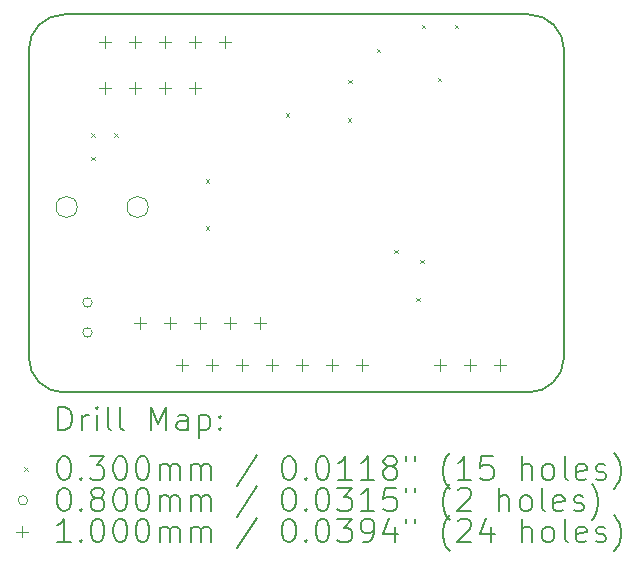
<source format=gbr>
%TF.GenerationSoftware,KiCad,Pcbnew,8.0.4*%
%TF.CreationDate,2024-08-01T22:41:18+02:00*%
%TF.ProjectId,Headless TEF Audio board,48656164-6c65-4737-9320-544546204175,1*%
%TF.SameCoordinates,Original*%
%TF.FileFunction,Drillmap*%
%TF.FilePolarity,Positive*%
%FSLAX45Y45*%
G04 Gerber Fmt 4.5, Leading zero omitted, Abs format (unit mm)*
G04 Created by KiCad (PCBNEW 8.0.4) date 2024-08-01 22:41:18*
%MOMM*%
%LPD*%
G01*
G04 APERTURE LIST*
%ADD10C,0.200000*%
%ADD11C,0.100000*%
G04 APERTURE END LIST*
D10*
X18121200Y-10977800D02*
X18121200Y-8377400D01*
X13883200Y-11277800D02*
X17820200Y-11277800D01*
X13589200Y-10977800D02*
X13589200Y-8377400D01*
X13589200Y-8377400D02*
G75*
G02*
X13889200Y-8077400I300000J0D01*
G01*
X18121200Y-10977800D02*
G75*
G02*
X17820200Y-11277800I-300500J500D01*
G01*
X13883200Y-11277800D02*
G75*
G02*
X13589201Y-10977800I1940J295960D01*
G01*
X17820200Y-8077400D02*
X13889200Y-8077400D01*
X17820200Y-8077400D02*
G75*
G02*
X18121200Y-8377400I500J-300500D01*
G01*
D11*
X13999200Y-9708500D02*
G75*
G02*
X13819200Y-9708500I-90000J0D01*
G01*
X13819200Y-9708500D02*
G75*
G02*
X13999200Y-9708500I90000J0D01*
G01*
X14600900Y-9708500D02*
G75*
G02*
X14420900Y-9708500I-90000J0D01*
G01*
X14420900Y-9708500D02*
G75*
G02*
X14600900Y-9708500I90000J0D01*
G01*
D10*
D11*
X14115792Y-9283736D02*
X14145792Y-9313736D01*
X14145792Y-9283736D02*
X14115792Y-9313736D01*
X14116994Y-9081997D02*
X14146994Y-9111997D01*
X14146994Y-9081997D02*
X14116994Y-9111997D01*
X14312541Y-9081997D02*
X14342541Y-9111997D01*
X14342541Y-9081997D02*
X14312541Y-9111997D01*
X15087486Y-9871209D02*
X15117486Y-9901209D01*
X15117486Y-9871209D02*
X15087486Y-9901209D01*
X15088178Y-9471162D02*
X15118178Y-9501162D01*
X15118178Y-9471162D02*
X15088178Y-9501162D01*
X15765751Y-8914436D02*
X15795751Y-8944436D01*
X15795751Y-8914436D02*
X15765751Y-8944436D01*
X16291661Y-8957642D02*
X16321661Y-8987642D01*
X16321661Y-8957642D02*
X16291661Y-8987642D01*
X16293272Y-8630828D02*
X16323272Y-8660828D01*
X16323272Y-8630828D02*
X16293272Y-8660828D01*
X16535200Y-8367200D02*
X16565200Y-8397200D01*
X16565200Y-8367200D02*
X16535200Y-8397200D01*
X16683343Y-10069141D02*
X16713343Y-10099141D01*
X16713343Y-10069141D02*
X16683343Y-10099141D01*
X16869397Y-10475860D02*
X16899397Y-10505860D01*
X16899397Y-10475860D02*
X16869397Y-10505860D01*
X16901672Y-10156473D02*
X16931672Y-10186473D01*
X16931672Y-10156473D02*
X16901672Y-10186473D01*
X16916200Y-8164000D02*
X16946200Y-8194000D01*
X16946200Y-8164000D02*
X16916200Y-8194000D01*
X17052579Y-8613347D02*
X17082579Y-8643347D01*
X17082579Y-8613347D02*
X17052579Y-8643347D01*
X17195600Y-8164000D02*
X17225600Y-8194000D01*
X17225600Y-8164000D02*
X17195600Y-8194000D01*
X14126400Y-10515800D02*
G75*
G02*
X14046400Y-10515800I-40000J0D01*
G01*
X14046400Y-10515800D02*
G75*
G02*
X14126400Y-10515800I40000J0D01*
G01*
X14126400Y-10769800D02*
G75*
G02*
X14046400Y-10769800I-40000J0D01*
G01*
X14046400Y-10769800D02*
G75*
G02*
X14126400Y-10769800I40000J0D01*
G01*
X14237200Y-8263400D02*
X14237200Y-8363400D01*
X14187200Y-8313400D02*
X14287200Y-8313400D01*
X14237200Y-8653400D02*
X14237200Y-8753400D01*
X14187200Y-8703400D02*
X14287200Y-8703400D01*
X14491200Y-8263400D02*
X14491200Y-8363400D01*
X14441200Y-8313400D02*
X14541200Y-8313400D01*
X14491200Y-8653400D02*
X14491200Y-8753400D01*
X14441200Y-8703400D02*
X14541200Y-8703400D01*
X14531200Y-10638400D02*
X14531200Y-10738400D01*
X14481200Y-10688400D02*
X14581200Y-10688400D01*
X14745200Y-8263400D02*
X14745200Y-8363400D01*
X14695200Y-8313400D02*
X14795200Y-8313400D01*
X14745200Y-8653400D02*
X14745200Y-8753400D01*
X14695200Y-8703400D02*
X14795200Y-8703400D01*
X14785200Y-10638400D02*
X14785200Y-10738400D01*
X14735200Y-10688400D02*
X14835200Y-10688400D01*
X14886500Y-10998400D02*
X14886500Y-11098400D01*
X14836500Y-11048400D02*
X14936500Y-11048400D01*
X14999200Y-8263400D02*
X14999200Y-8363400D01*
X14949200Y-8313400D02*
X15049200Y-8313400D01*
X14999200Y-8653400D02*
X14999200Y-8753400D01*
X14949200Y-8703400D02*
X15049200Y-8703400D01*
X15039200Y-10638400D02*
X15039200Y-10738400D01*
X14989200Y-10688400D02*
X15089200Y-10688400D01*
X15140500Y-10998400D02*
X15140500Y-11098400D01*
X15090500Y-11048400D02*
X15190500Y-11048400D01*
X15253200Y-8263400D02*
X15253200Y-8363400D01*
X15203200Y-8313400D02*
X15303200Y-8313400D01*
X15293200Y-10638400D02*
X15293200Y-10738400D01*
X15243200Y-10688400D02*
X15343200Y-10688400D01*
X15394500Y-10998400D02*
X15394500Y-11098400D01*
X15344500Y-11048400D02*
X15444500Y-11048400D01*
X15547200Y-10638400D02*
X15547200Y-10738400D01*
X15497200Y-10688400D02*
X15597200Y-10688400D01*
X15648500Y-10998400D02*
X15648500Y-11098400D01*
X15598500Y-11048400D02*
X15698500Y-11048400D01*
X15902500Y-10998400D02*
X15902500Y-11098400D01*
X15852500Y-11048400D02*
X15952500Y-11048400D01*
X16156500Y-10998400D02*
X16156500Y-11098400D01*
X16106500Y-11048400D02*
X16206500Y-11048400D01*
X16410500Y-10998400D02*
X16410500Y-11098400D01*
X16360500Y-11048400D02*
X16460500Y-11048400D01*
X17070900Y-10998400D02*
X17070900Y-11098400D01*
X17020900Y-11048400D02*
X17120900Y-11048400D01*
X17324900Y-10998400D02*
X17324900Y-11098400D01*
X17274900Y-11048400D02*
X17374900Y-11048400D01*
X17578900Y-10998400D02*
X17578900Y-11098400D01*
X17528900Y-11048400D02*
X17628900Y-11048400D01*
D10*
X13839950Y-11599284D02*
X13839950Y-11399284D01*
X13839950Y-11399284D02*
X13887569Y-11399284D01*
X13887569Y-11399284D02*
X13916141Y-11408808D01*
X13916141Y-11408808D02*
X13935188Y-11427856D01*
X13935188Y-11427856D02*
X13944712Y-11446903D01*
X13944712Y-11446903D02*
X13954236Y-11484998D01*
X13954236Y-11484998D02*
X13954236Y-11513570D01*
X13954236Y-11513570D02*
X13944712Y-11551665D01*
X13944712Y-11551665D02*
X13935188Y-11570713D01*
X13935188Y-11570713D02*
X13916141Y-11589760D01*
X13916141Y-11589760D02*
X13887569Y-11599284D01*
X13887569Y-11599284D02*
X13839950Y-11599284D01*
X14039950Y-11599284D02*
X14039950Y-11465951D01*
X14039950Y-11504046D02*
X14049474Y-11484998D01*
X14049474Y-11484998D02*
X14058998Y-11475475D01*
X14058998Y-11475475D02*
X14078046Y-11465951D01*
X14078046Y-11465951D02*
X14097093Y-11465951D01*
X14163760Y-11599284D02*
X14163760Y-11465951D01*
X14163760Y-11399284D02*
X14154236Y-11408808D01*
X14154236Y-11408808D02*
X14163760Y-11418332D01*
X14163760Y-11418332D02*
X14173284Y-11408808D01*
X14173284Y-11408808D02*
X14163760Y-11399284D01*
X14163760Y-11399284D02*
X14163760Y-11418332D01*
X14287569Y-11599284D02*
X14268522Y-11589760D01*
X14268522Y-11589760D02*
X14258998Y-11570713D01*
X14258998Y-11570713D02*
X14258998Y-11399284D01*
X14392331Y-11599284D02*
X14373284Y-11589760D01*
X14373284Y-11589760D02*
X14363760Y-11570713D01*
X14363760Y-11570713D02*
X14363760Y-11399284D01*
X14620903Y-11599284D02*
X14620903Y-11399284D01*
X14620903Y-11399284D02*
X14687569Y-11542141D01*
X14687569Y-11542141D02*
X14754236Y-11399284D01*
X14754236Y-11399284D02*
X14754236Y-11599284D01*
X14935188Y-11599284D02*
X14935188Y-11494522D01*
X14935188Y-11494522D02*
X14925665Y-11475475D01*
X14925665Y-11475475D02*
X14906617Y-11465951D01*
X14906617Y-11465951D02*
X14868522Y-11465951D01*
X14868522Y-11465951D02*
X14849474Y-11475475D01*
X14935188Y-11589760D02*
X14916141Y-11599284D01*
X14916141Y-11599284D02*
X14868522Y-11599284D01*
X14868522Y-11599284D02*
X14849474Y-11589760D01*
X14849474Y-11589760D02*
X14839950Y-11570713D01*
X14839950Y-11570713D02*
X14839950Y-11551665D01*
X14839950Y-11551665D02*
X14849474Y-11532617D01*
X14849474Y-11532617D02*
X14868522Y-11523094D01*
X14868522Y-11523094D02*
X14916141Y-11523094D01*
X14916141Y-11523094D02*
X14935188Y-11513570D01*
X15030427Y-11465951D02*
X15030427Y-11665951D01*
X15030427Y-11475475D02*
X15049474Y-11465951D01*
X15049474Y-11465951D02*
X15087569Y-11465951D01*
X15087569Y-11465951D02*
X15106617Y-11475475D01*
X15106617Y-11475475D02*
X15116141Y-11484998D01*
X15116141Y-11484998D02*
X15125665Y-11504046D01*
X15125665Y-11504046D02*
X15125665Y-11561189D01*
X15125665Y-11561189D02*
X15116141Y-11580236D01*
X15116141Y-11580236D02*
X15106617Y-11589760D01*
X15106617Y-11589760D02*
X15087569Y-11599284D01*
X15087569Y-11599284D02*
X15049474Y-11599284D01*
X15049474Y-11599284D02*
X15030427Y-11589760D01*
X15211379Y-11580236D02*
X15220903Y-11589760D01*
X15220903Y-11589760D02*
X15211379Y-11599284D01*
X15211379Y-11599284D02*
X15201855Y-11589760D01*
X15201855Y-11589760D02*
X15211379Y-11580236D01*
X15211379Y-11580236D02*
X15211379Y-11599284D01*
X15211379Y-11475475D02*
X15220903Y-11484998D01*
X15220903Y-11484998D02*
X15211379Y-11494522D01*
X15211379Y-11494522D02*
X15201855Y-11484998D01*
X15201855Y-11484998D02*
X15211379Y-11475475D01*
X15211379Y-11475475D02*
X15211379Y-11494522D01*
D11*
X13549174Y-11912800D02*
X13579174Y-11942800D01*
X13579174Y-11912800D02*
X13549174Y-11942800D01*
D10*
X13878046Y-11819284D02*
X13897093Y-11819284D01*
X13897093Y-11819284D02*
X13916141Y-11828808D01*
X13916141Y-11828808D02*
X13925665Y-11838332D01*
X13925665Y-11838332D02*
X13935188Y-11857379D01*
X13935188Y-11857379D02*
X13944712Y-11895475D01*
X13944712Y-11895475D02*
X13944712Y-11943094D01*
X13944712Y-11943094D02*
X13935188Y-11981189D01*
X13935188Y-11981189D02*
X13925665Y-12000236D01*
X13925665Y-12000236D02*
X13916141Y-12009760D01*
X13916141Y-12009760D02*
X13897093Y-12019284D01*
X13897093Y-12019284D02*
X13878046Y-12019284D01*
X13878046Y-12019284D02*
X13858998Y-12009760D01*
X13858998Y-12009760D02*
X13849474Y-12000236D01*
X13849474Y-12000236D02*
X13839950Y-11981189D01*
X13839950Y-11981189D02*
X13830427Y-11943094D01*
X13830427Y-11943094D02*
X13830427Y-11895475D01*
X13830427Y-11895475D02*
X13839950Y-11857379D01*
X13839950Y-11857379D02*
X13849474Y-11838332D01*
X13849474Y-11838332D02*
X13858998Y-11828808D01*
X13858998Y-11828808D02*
X13878046Y-11819284D01*
X14030427Y-12000236D02*
X14039950Y-12009760D01*
X14039950Y-12009760D02*
X14030427Y-12019284D01*
X14030427Y-12019284D02*
X14020903Y-12009760D01*
X14020903Y-12009760D02*
X14030427Y-12000236D01*
X14030427Y-12000236D02*
X14030427Y-12019284D01*
X14106617Y-11819284D02*
X14230427Y-11819284D01*
X14230427Y-11819284D02*
X14163760Y-11895475D01*
X14163760Y-11895475D02*
X14192331Y-11895475D01*
X14192331Y-11895475D02*
X14211379Y-11904998D01*
X14211379Y-11904998D02*
X14220903Y-11914522D01*
X14220903Y-11914522D02*
X14230427Y-11933570D01*
X14230427Y-11933570D02*
X14230427Y-11981189D01*
X14230427Y-11981189D02*
X14220903Y-12000236D01*
X14220903Y-12000236D02*
X14211379Y-12009760D01*
X14211379Y-12009760D02*
X14192331Y-12019284D01*
X14192331Y-12019284D02*
X14135188Y-12019284D01*
X14135188Y-12019284D02*
X14116141Y-12009760D01*
X14116141Y-12009760D02*
X14106617Y-12000236D01*
X14354236Y-11819284D02*
X14373284Y-11819284D01*
X14373284Y-11819284D02*
X14392331Y-11828808D01*
X14392331Y-11828808D02*
X14401855Y-11838332D01*
X14401855Y-11838332D02*
X14411379Y-11857379D01*
X14411379Y-11857379D02*
X14420903Y-11895475D01*
X14420903Y-11895475D02*
X14420903Y-11943094D01*
X14420903Y-11943094D02*
X14411379Y-11981189D01*
X14411379Y-11981189D02*
X14401855Y-12000236D01*
X14401855Y-12000236D02*
X14392331Y-12009760D01*
X14392331Y-12009760D02*
X14373284Y-12019284D01*
X14373284Y-12019284D02*
X14354236Y-12019284D01*
X14354236Y-12019284D02*
X14335188Y-12009760D01*
X14335188Y-12009760D02*
X14325665Y-12000236D01*
X14325665Y-12000236D02*
X14316141Y-11981189D01*
X14316141Y-11981189D02*
X14306617Y-11943094D01*
X14306617Y-11943094D02*
X14306617Y-11895475D01*
X14306617Y-11895475D02*
X14316141Y-11857379D01*
X14316141Y-11857379D02*
X14325665Y-11838332D01*
X14325665Y-11838332D02*
X14335188Y-11828808D01*
X14335188Y-11828808D02*
X14354236Y-11819284D01*
X14544712Y-11819284D02*
X14563760Y-11819284D01*
X14563760Y-11819284D02*
X14582808Y-11828808D01*
X14582808Y-11828808D02*
X14592331Y-11838332D01*
X14592331Y-11838332D02*
X14601855Y-11857379D01*
X14601855Y-11857379D02*
X14611379Y-11895475D01*
X14611379Y-11895475D02*
X14611379Y-11943094D01*
X14611379Y-11943094D02*
X14601855Y-11981189D01*
X14601855Y-11981189D02*
X14592331Y-12000236D01*
X14592331Y-12000236D02*
X14582808Y-12009760D01*
X14582808Y-12009760D02*
X14563760Y-12019284D01*
X14563760Y-12019284D02*
X14544712Y-12019284D01*
X14544712Y-12019284D02*
X14525665Y-12009760D01*
X14525665Y-12009760D02*
X14516141Y-12000236D01*
X14516141Y-12000236D02*
X14506617Y-11981189D01*
X14506617Y-11981189D02*
X14497093Y-11943094D01*
X14497093Y-11943094D02*
X14497093Y-11895475D01*
X14497093Y-11895475D02*
X14506617Y-11857379D01*
X14506617Y-11857379D02*
X14516141Y-11838332D01*
X14516141Y-11838332D02*
X14525665Y-11828808D01*
X14525665Y-11828808D02*
X14544712Y-11819284D01*
X14697093Y-12019284D02*
X14697093Y-11885951D01*
X14697093Y-11904998D02*
X14706617Y-11895475D01*
X14706617Y-11895475D02*
X14725665Y-11885951D01*
X14725665Y-11885951D02*
X14754236Y-11885951D01*
X14754236Y-11885951D02*
X14773284Y-11895475D01*
X14773284Y-11895475D02*
X14782808Y-11914522D01*
X14782808Y-11914522D02*
X14782808Y-12019284D01*
X14782808Y-11914522D02*
X14792331Y-11895475D01*
X14792331Y-11895475D02*
X14811379Y-11885951D01*
X14811379Y-11885951D02*
X14839950Y-11885951D01*
X14839950Y-11885951D02*
X14858998Y-11895475D01*
X14858998Y-11895475D02*
X14868522Y-11914522D01*
X14868522Y-11914522D02*
X14868522Y-12019284D01*
X14963760Y-12019284D02*
X14963760Y-11885951D01*
X14963760Y-11904998D02*
X14973284Y-11895475D01*
X14973284Y-11895475D02*
X14992331Y-11885951D01*
X14992331Y-11885951D02*
X15020903Y-11885951D01*
X15020903Y-11885951D02*
X15039950Y-11895475D01*
X15039950Y-11895475D02*
X15049474Y-11914522D01*
X15049474Y-11914522D02*
X15049474Y-12019284D01*
X15049474Y-11914522D02*
X15058998Y-11895475D01*
X15058998Y-11895475D02*
X15078046Y-11885951D01*
X15078046Y-11885951D02*
X15106617Y-11885951D01*
X15106617Y-11885951D02*
X15125665Y-11895475D01*
X15125665Y-11895475D02*
X15135189Y-11914522D01*
X15135189Y-11914522D02*
X15135189Y-12019284D01*
X15525665Y-11809760D02*
X15354236Y-12066903D01*
X15782808Y-11819284D02*
X15801855Y-11819284D01*
X15801855Y-11819284D02*
X15820903Y-11828808D01*
X15820903Y-11828808D02*
X15830427Y-11838332D01*
X15830427Y-11838332D02*
X15839951Y-11857379D01*
X15839951Y-11857379D02*
X15849474Y-11895475D01*
X15849474Y-11895475D02*
X15849474Y-11943094D01*
X15849474Y-11943094D02*
X15839951Y-11981189D01*
X15839951Y-11981189D02*
X15830427Y-12000236D01*
X15830427Y-12000236D02*
X15820903Y-12009760D01*
X15820903Y-12009760D02*
X15801855Y-12019284D01*
X15801855Y-12019284D02*
X15782808Y-12019284D01*
X15782808Y-12019284D02*
X15763760Y-12009760D01*
X15763760Y-12009760D02*
X15754236Y-12000236D01*
X15754236Y-12000236D02*
X15744712Y-11981189D01*
X15744712Y-11981189D02*
X15735189Y-11943094D01*
X15735189Y-11943094D02*
X15735189Y-11895475D01*
X15735189Y-11895475D02*
X15744712Y-11857379D01*
X15744712Y-11857379D02*
X15754236Y-11838332D01*
X15754236Y-11838332D02*
X15763760Y-11828808D01*
X15763760Y-11828808D02*
X15782808Y-11819284D01*
X15935189Y-12000236D02*
X15944712Y-12009760D01*
X15944712Y-12009760D02*
X15935189Y-12019284D01*
X15935189Y-12019284D02*
X15925665Y-12009760D01*
X15925665Y-12009760D02*
X15935189Y-12000236D01*
X15935189Y-12000236D02*
X15935189Y-12019284D01*
X16068522Y-11819284D02*
X16087570Y-11819284D01*
X16087570Y-11819284D02*
X16106617Y-11828808D01*
X16106617Y-11828808D02*
X16116141Y-11838332D01*
X16116141Y-11838332D02*
X16125665Y-11857379D01*
X16125665Y-11857379D02*
X16135189Y-11895475D01*
X16135189Y-11895475D02*
X16135189Y-11943094D01*
X16135189Y-11943094D02*
X16125665Y-11981189D01*
X16125665Y-11981189D02*
X16116141Y-12000236D01*
X16116141Y-12000236D02*
X16106617Y-12009760D01*
X16106617Y-12009760D02*
X16087570Y-12019284D01*
X16087570Y-12019284D02*
X16068522Y-12019284D01*
X16068522Y-12019284D02*
X16049474Y-12009760D01*
X16049474Y-12009760D02*
X16039951Y-12000236D01*
X16039951Y-12000236D02*
X16030427Y-11981189D01*
X16030427Y-11981189D02*
X16020903Y-11943094D01*
X16020903Y-11943094D02*
X16020903Y-11895475D01*
X16020903Y-11895475D02*
X16030427Y-11857379D01*
X16030427Y-11857379D02*
X16039951Y-11838332D01*
X16039951Y-11838332D02*
X16049474Y-11828808D01*
X16049474Y-11828808D02*
X16068522Y-11819284D01*
X16325665Y-12019284D02*
X16211379Y-12019284D01*
X16268522Y-12019284D02*
X16268522Y-11819284D01*
X16268522Y-11819284D02*
X16249474Y-11847856D01*
X16249474Y-11847856D02*
X16230427Y-11866903D01*
X16230427Y-11866903D02*
X16211379Y-11876427D01*
X16516141Y-12019284D02*
X16401855Y-12019284D01*
X16458998Y-12019284D02*
X16458998Y-11819284D01*
X16458998Y-11819284D02*
X16439951Y-11847856D01*
X16439951Y-11847856D02*
X16420903Y-11866903D01*
X16420903Y-11866903D02*
X16401855Y-11876427D01*
X16630427Y-11904998D02*
X16611379Y-11895475D01*
X16611379Y-11895475D02*
X16601855Y-11885951D01*
X16601855Y-11885951D02*
X16592332Y-11866903D01*
X16592332Y-11866903D02*
X16592332Y-11857379D01*
X16592332Y-11857379D02*
X16601855Y-11838332D01*
X16601855Y-11838332D02*
X16611379Y-11828808D01*
X16611379Y-11828808D02*
X16630427Y-11819284D01*
X16630427Y-11819284D02*
X16668522Y-11819284D01*
X16668522Y-11819284D02*
X16687570Y-11828808D01*
X16687570Y-11828808D02*
X16697093Y-11838332D01*
X16697093Y-11838332D02*
X16706617Y-11857379D01*
X16706617Y-11857379D02*
X16706617Y-11866903D01*
X16706617Y-11866903D02*
X16697093Y-11885951D01*
X16697093Y-11885951D02*
X16687570Y-11895475D01*
X16687570Y-11895475D02*
X16668522Y-11904998D01*
X16668522Y-11904998D02*
X16630427Y-11904998D01*
X16630427Y-11904998D02*
X16611379Y-11914522D01*
X16611379Y-11914522D02*
X16601855Y-11924046D01*
X16601855Y-11924046D02*
X16592332Y-11943094D01*
X16592332Y-11943094D02*
X16592332Y-11981189D01*
X16592332Y-11981189D02*
X16601855Y-12000236D01*
X16601855Y-12000236D02*
X16611379Y-12009760D01*
X16611379Y-12009760D02*
X16630427Y-12019284D01*
X16630427Y-12019284D02*
X16668522Y-12019284D01*
X16668522Y-12019284D02*
X16687570Y-12009760D01*
X16687570Y-12009760D02*
X16697093Y-12000236D01*
X16697093Y-12000236D02*
X16706617Y-11981189D01*
X16706617Y-11981189D02*
X16706617Y-11943094D01*
X16706617Y-11943094D02*
X16697093Y-11924046D01*
X16697093Y-11924046D02*
X16687570Y-11914522D01*
X16687570Y-11914522D02*
X16668522Y-11904998D01*
X16782808Y-11819284D02*
X16782808Y-11857379D01*
X16858998Y-11819284D02*
X16858998Y-11857379D01*
X17154237Y-12095475D02*
X17144713Y-12085951D01*
X17144713Y-12085951D02*
X17125665Y-12057379D01*
X17125665Y-12057379D02*
X17116141Y-12038332D01*
X17116141Y-12038332D02*
X17106617Y-12009760D01*
X17106617Y-12009760D02*
X17097094Y-11962141D01*
X17097094Y-11962141D02*
X17097094Y-11924046D01*
X17097094Y-11924046D02*
X17106617Y-11876427D01*
X17106617Y-11876427D02*
X17116141Y-11847856D01*
X17116141Y-11847856D02*
X17125665Y-11828808D01*
X17125665Y-11828808D02*
X17144713Y-11800236D01*
X17144713Y-11800236D02*
X17154237Y-11790713D01*
X17335189Y-12019284D02*
X17220903Y-12019284D01*
X17278046Y-12019284D02*
X17278046Y-11819284D01*
X17278046Y-11819284D02*
X17258998Y-11847856D01*
X17258998Y-11847856D02*
X17239951Y-11866903D01*
X17239951Y-11866903D02*
X17220903Y-11876427D01*
X17516141Y-11819284D02*
X17420903Y-11819284D01*
X17420903Y-11819284D02*
X17411379Y-11914522D01*
X17411379Y-11914522D02*
X17420903Y-11904998D01*
X17420903Y-11904998D02*
X17439951Y-11895475D01*
X17439951Y-11895475D02*
X17487570Y-11895475D01*
X17487570Y-11895475D02*
X17506617Y-11904998D01*
X17506617Y-11904998D02*
X17516141Y-11914522D01*
X17516141Y-11914522D02*
X17525665Y-11933570D01*
X17525665Y-11933570D02*
X17525665Y-11981189D01*
X17525665Y-11981189D02*
X17516141Y-12000236D01*
X17516141Y-12000236D02*
X17506617Y-12009760D01*
X17506617Y-12009760D02*
X17487570Y-12019284D01*
X17487570Y-12019284D02*
X17439951Y-12019284D01*
X17439951Y-12019284D02*
X17420903Y-12009760D01*
X17420903Y-12009760D02*
X17411379Y-12000236D01*
X17763760Y-12019284D02*
X17763760Y-11819284D01*
X17849475Y-12019284D02*
X17849475Y-11914522D01*
X17849475Y-11914522D02*
X17839951Y-11895475D01*
X17839951Y-11895475D02*
X17820903Y-11885951D01*
X17820903Y-11885951D02*
X17792332Y-11885951D01*
X17792332Y-11885951D02*
X17773284Y-11895475D01*
X17773284Y-11895475D02*
X17763760Y-11904998D01*
X17973284Y-12019284D02*
X17954237Y-12009760D01*
X17954237Y-12009760D02*
X17944713Y-12000236D01*
X17944713Y-12000236D02*
X17935189Y-11981189D01*
X17935189Y-11981189D02*
X17935189Y-11924046D01*
X17935189Y-11924046D02*
X17944713Y-11904998D01*
X17944713Y-11904998D02*
X17954237Y-11895475D01*
X17954237Y-11895475D02*
X17973284Y-11885951D01*
X17973284Y-11885951D02*
X18001856Y-11885951D01*
X18001856Y-11885951D02*
X18020903Y-11895475D01*
X18020903Y-11895475D02*
X18030427Y-11904998D01*
X18030427Y-11904998D02*
X18039951Y-11924046D01*
X18039951Y-11924046D02*
X18039951Y-11981189D01*
X18039951Y-11981189D02*
X18030427Y-12000236D01*
X18030427Y-12000236D02*
X18020903Y-12009760D01*
X18020903Y-12009760D02*
X18001856Y-12019284D01*
X18001856Y-12019284D02*
X17973284Y-12019284D01*
X18154237Y-12019284D02*
X18135189Y-12009760D01*
X18135189Y-12009760D02*
X18125665Y-11990713D01*
X18125665Y-11990713D02*
X18125665Y-11819284D01*
X18306618Y-12009760D02*
X18287570Y-12019284D01*
X18287570Y-12019284D02*
X18249475Y-12019284D01*
X18249475Y-12019284D02*
X18230427Y-12009760D01*
X18230427Y-12009760D02*
X18220903Y-11990713D01*
X18220903Y-11990713D02*
X18220903Y-11914522D01*
X18220903Y-11914522D02*
X18230427Y-11895475D01*
X18230427Y-11895475D02*
X18249475Y-11885951D01*
X18249475Y-11885951D02*
X18287570Y-11885951D01*
X18287570Y-11885951D02*
X18306618Y-11895475D01*
X18306618Y-11895475D02*
X18316141Y-11914522D01*
X18316141Y-11914522D02*
X18316141Y-11933570D01*
X18316141Y-11933570D02*
X18220903Y-11952617D01*
X18392332Y-12009760D02*
X18411379Y-12019284D01*
X18411379Y-12019284D02*
X18449475Y-12019284D01*
X18449475Y-12019284D02*
X18468522Y-12009760D01*
X18468522Y-12009760D02*
X18478046Y-11990713D01*
X18478046Y-11990713D02*
X18478046Y-11981189D01*
X18478046Y-11981189D02*
X18468522Y-11962141D01*
X18468522Y-11962141D02*
X18449475Y-11952617D01*
X18449475Y-11952617D02*
X18420903Y-11952617D01*
X18420903Y-11952617D02*
X18401856Y-11943094D01*
X18401856Y-11943094D02*
X18392332Y-11924046D01*
X18392332Y-11924046D02*
X18392332Y-11914522D01*
X18392332Y-11914522D02*
X18401856Y-11895475D01*
X18401856Y-11895475D02*
X18420903Y-11885951D01*
X18420903Y-11885951D02*
X18449475Y-11885951D01*
X18449475Y-11885951D02*
X18468522Y-11895475D01*
X18544713Y-12095475D02*
X18554237Y-12085951D01*
X18554237Y-12085951D02*
X18573284Y-12057379D01*
X18573284Y-12057379D02*
X18582808Y-12038332D01*
X18582808Y-12038332D02*
X18592332Y-12009760D01*
X18592332Y-12009760D02*
X18601856Y-11962141D01*
X18601856Y-11962141D02*
X18601856Y-11924046D01*
X18601856Y-11924046D02*
X18592332Y-11876427D01*
X18592332Y-11876427D02*
X18582808Y-11847856D01*
X18582808Y-11847856D02*
X18573284Y-11828808D01*
X18573284Y-11828808D02*
X18554237Y-11800236D01*
X18554237Y-11800236D02*
X18544713Y-11790713D01*
D11*
X13579174Y-12191800D02*
G75*
G02*
X13499174Y-12191800I-40000J0D01*
G01*
X13499174Y-12191800D02*
G75*
G02*
X13579174Y-12191800I40000J0D01*
G01*
D10*
X13878046Y-12083284D02*
X13897093Y-12083284D01*
X13897093Y-12083284D02*
X13916141Y-12092808D01*
X13916141Y-12092808D02*
X13925665Y-12102332D01*
X13925665Y-12102332D02*
X13935188Y-12121379D01*
X13935188Y-12121379D02*
X13944712Y-12159475D01*
X13944712Y-12159475D02*
X13944712Y-12207094D01*
X13944712Y-12207094D02*
X13935188Y-12245189D01*
X13935188Y-12245189D02*
X13925665Y-12264236D01*
X13925665Y-12264236D02*
X13916141Y-12273760D01*
X13916141Y-12273760D02*
X13897093Y-12283284D01*
X13897093Y-12283284D02*
X13878046Y-12283284D01*
X13878046Y-12283284D02*
X13858998Y-12273760D01*
X13858998Y-12273760D02*
X13849474Y-12264236D01*
X13849474Y-12264236D02*
X13839950Y-12245189D01*
X13839950Y-12245189D02*
X13830427Y-12207094D01*
X13830427Y-12207094D02*
X13830427Y-12159475D01*
X13830427Y-12159475D02*
X13839950Y-12121379D01*
X13839950Y-12121379D02*
X13849474Y-12102332D01*
X13849474Y-12102332D02*
X13858998Y-12092808D01*
X13858998Y-12092808D02*
X13878046Y-12083284D01*
X14030427Y-12264236D02*
X14039950Y-12273760D01*
X14039950Y-12273760D02*
X14030427Y-12283284D01*
X14030427Y-12283284D02*
X14020903Y-12273760D01*
X14020903Y-12273760D02*
X14030427Y-12264236D01*
X14030427Y-12264236D02*
X14030427Y-12283284D01*
X14154236Y-12168998D02*
X14135188Y-12159475D01*
X14135188Y-12159475D02*
X14125665Y-12149951D01*
X14125665Y-12149951D02*
X14116141Y-12130903D01*
X14116141Y-12130903D02*
X14116141Y-12121379D01*
X14116141Y-12121379D02*
X14125665Y-12102332D01*
X14125665Y-12102332D02*
X14135188Y-12092808D01*
X14135188Y-12092808D02*
X14154236Y-12083284D01*
X14154236Y-12083284D02*
X14192331Y-12083284D01*
X14192331Y-12083284D02*
X14211379Y-12092808D01*
X14211379Y-12092808D02*
X14220903Y-12102332D01*
X14220903Y-12102332D02*
X14230427Y-12121379D01*
X14230427Y-12121379D02*
X14230427Y-12130903D01*
X14230427Y-12130903D02*
X14220903Y-12149951D01*
X14220903Y-12149951D02*
X14211379Y-12159475D01*
X14211379Y-12159475D02*
X14192331Y-12168998D01*
X14192331Y-12168998D02*
X14154236Y-12168998D01*
X14154236Y-12168998D02*
X14135188Y-12178522D01*
X14135188Y-12178522D02*
X14125665Y-12188046D01*
X14125665Y-12188046D02*
X14116141Y-12207094D01*
X14116141Y-12207094D02*
X14116141Y-12245189D01*
X14116141Y-12245189D02*
X14125665Y-12264236D01*
X14125665Y-12264236D02*
X14135188Y-12273760D01*
X14135188Y-12273760D02*
X14154236Y-12283284D01*
X14154236Y-12283284D02*
X14192331Y-12283284D01*
X14192331Y-12283284D02*
X14211379Y-12273760D01*
X14211379Y-12273760D02*
X14220903Y-12264236D01*
X14220903Y-12264236D02*
X14230427Y-12245189D01*
X14230427Y-12245189D02*
X14230427Y-12207094D01*
X14230427Y-12207094D02*
X14220903Y-12188046D01*
X14220903Y-12188046D02*
X14211379Y-12178522D01*
X14211379Y-12178522D02*
X14192331Y-12168998D01*
X14354236Y-12083284D02*
X14373284Y-12083284D01*
X14373284Y-12083284D02*
X14392331Y-12092808D01*
X14392331Y-12092808D02*
X14401855Y-12102332D01*
X14401855Y-12102332D02*
X14411379Y-12121379D01*
X14411379Y-12121379D02*
X14420903Y-12159475D01*
X14420903Y-12159475D02*
X14420903Y-12207094D01*
X14420903Y-12207094D02*
X14411379Y-12245189D01*
X14411379Y-12245189D02*
X14401855Y-12264236D01*
X14401855Y-12264236D02*
X14392331Y-12273760D01*
X14392331Y-12273760D02*
X14373284Y-12283284D01*
X14373284Y-12283284D02*
X14354236Y-12283284D01*
X14354236Y-12283284D02*
X14335188Y-12273760D01*
X14335188Y-12273760D02*
X14325665Y-12264236D01*
X14325665Y-12264236D02*
X14316141Y-12245189D01*
X14316141Y-12245189D02*
X14306617Y-12207094D01*
X14306617Y-12207094D02*
X14306617Y-12159475D01*
X14306617Y-12159475D02*
X14316141Y-12121379D01*
X14316141Y-12121379D02*
X14325665Y-12102332D01*
X14325665Y-12102332D02*
X14335188Y-12092808D01*
X14335188Y-12092808D02*
X14354236Y-12083284D01*
X14544712Y-12083284D02*
X14563760Y-12083284D01*
X14563760Y-12083284D02*
X14582808Y-12092808D01*
X14582808Y-12092808D02*
X14592331Y-12102332D01*
X14592331Y-12102332D02*
X14601855Y-12121379D01*
X14601855Y-12121379D02*
X14611379Y-12159475D01*
X14611379Y-12159475D02*
X14611379Y-12207094D01*
X14611379Y-12207094D02*
X14601855Y-12245189D01*
X14601855Y-12245189D02*
X14592331Y-12264236D01*
X14592331Y-12264236D02*
X14582808Y-12273760D01*
X14582808Y-12273760D02*
X14563760Y-12283284D01*
X14563760Y-12283284D02*
X14544712Y-12283284D01*
X14544712Y-12283284D02*
X14525665Y-12273760D01*
X14525665Y-12273760D02*
X14516141Y-12264236D01*
X14516141Y-12264236D02*
X14506617Y-12245189D01*
X14506617Y-12245189D02*
X14497093Y-12207094D01*
X14497093Y-12207094D02*
X14497093Y-12159475D01*
X14497093Y-12159475D02*
X14506617Y-12121379D01*
X14506617Y-12121379D02*
X14516141Y-12102332D01*
X14516141Y-12102332D02*
X14525665Y-12092808D01*
X14525665Y-12092808D02*
X14544712Y-12083284D01*
X14697093Y-12283284D02*
X14697093Y-12149951D01*
X14697093Y-12168998D02*
X14706617Y-12159475D01*
X14706617Y-12159475D02*
X14725665Y-12149951D01*
X14725665Y-12149951D02*
X14754236Y-12149951D01*
X14754236Y-12149951D02*
X14773284Y-12159475D01*
X14773284Y-12159475D02*
X14782808Y-12178522D01*
X14782808Y-12178522D02*
X14782808Y-12283284D01*
X14782808Y-12178522D02*
X14792331Y-12159475D01*
X14792331Y-12159475D02*
X14811379Y-12149951D01*
X14811379Y-12149951D02*
X14839950Y-12149951D01*
X14839950Y-12149951D02*
X14858998Y-12159475D01*
X14858998Y-12159475D02*
X14868522Y-12178522D01*
X14868522Y-12178522D02*
X14868522Y-12283284D01*
X14963760Y-12283284D02*
X14963760Y-12149951D01*
X14963760Y-12168998D02*
X14973284Y-12159475D01*
X14973284Y-12159475D02*
X14992331Y-12149951D01*
X14992331Y-12149951D02*
X15020903Y-12149951D01*
X15020903Y-12149951D02*
X15039950Y-12159475D01*
X15039950Y-12159475D02*
X15049474Y-12178522D01*
X15049474Y-12178522D02*
X15049474Y-12283284D01*
X15049474Y-12178522D02*
X15058998Y-12159475D01*
X15058998Y-12159475D02*
X15078046Y-12149951D01*
X15078046Y-12149951D02*
X15106617Y-12149951D01*
X15106617Y-12149951D02*
X15125665Y-12159475D01*
X15125665Y-12159475D02*
X15135189Y-12178522D01*
X15135189Y-12178522D02*
X15135189Y-12283284D01*
X15525665Y-12073760D02*
X15354236Y-12330903D01*
X15782808Y-12083284D02*
X15801855Y-12083284D01*
X15801855Y-12083284D02*
X15820903Y-12092808D01*
X15820903Y-12092808D02*
X15830427Y-12102332D01*
X15830427Y-12102332D02*
X15839951Y-12121379D01*
X15839951Y-12121379D02*
X15849474Y-12159475D01*
X15849474Y-12159475D02*
X15849474Y-12207094D01*
X15849474Y-12207094D02*
X15839951Y-12245189D01*
X15839951Y-12245189D02*
X15830427Y-12264236D01*
X15830427Y-12264236D02*
X15820903Y-12273760D01*
X15820903Y-12273760D02*
X15801855Y-12283284D01*
X15801855Y-12283284D02*
X15782808Y-12283284D01*
X15782808Y-12283284D02*
X15763760Y-12273760D01*
X15763760Y-12273760D02*
X15754236Y-12264236D01*
X15754236Y-12264236D02*
X15744712Y-12245189D01*
X15744712Y-12245189D02*
X15735189Y-12207094D01*
X15735189Y-12207094D02*
X15735189Y-12159475D01*
X15735189Y-12159475D02*
X15744712Y-12121379D01*
X15744712Y-12121379D02*
X15754236Y-12102332D01*
X15754236Y-12102332D02*
X15763760Y-12092808D01*
X15763760Y-12092808D02*
X15782808Y-12083284D01*
X15935189Y-12264236D02*
X15944712Y-12273760D01*
X15944712Y-12273760D02*
X15935189Y-12283284D01*
X15935189Y-12283284D02*
X15925665Y-12273760D01*
X15925665Y-12273760D02*
X15935189Y-12264236D01*
X15935189Y-12264236D02*
X15935189Y-12283284D01*
X16068522Y-12083284D02*
X16087570Y-12083284D01*
X16087570Y-12083284D02*
X16106617Y-12092808D01*
X16106617Y-12092808D02*
X16116141Y-12102332D01*
X16116141Y-12102332D02*
X16125665Y-12121379D01*
X16125665Y-12121379D02*
X16135189Y-12159475D01*
X16135189Y-12159475D02*
X16135189Y-12207094D01*
X16135189Y-12207094D02*
X16125665Y-12245189D01*
X16125665Y-12245189D02*
X16116141Y-12264236D01*
X16116141Y-12264236D02*
X16106617Y-12273760D01*
X16106617Y-12273760D02*
X16087570Y-12283284D01*
X16087570Y-12283284D02*
X16068522Y-12283284D01*
X16068522Y-12283284D02*
X16049474Y-12273760D01*
X16049474Y-12273760D02*
X16039951Y-12264236D01*
X16039951Y-12264236D02*
X16030427Y-12245189D01*
X16030427Y-12245189D02*
X16020903Y-12207094D01*
X16020903Y-12207094D02*
X16020903Y-12159475D01*
X16020903Y-12159475D02*
X16030427Y-12121379D01*
X16030427Y-12121379D02*
X16039951Y-12102332D01*
X16039951Y-12102332D02*
X16049474Y-12092808D01*
X16049474Y-12092808D02*
X16068522Y-12083284D01*
X16201855Y-12083284D02*
X16325665Y-12083284D01*
X16325665Y-12083284D02*
X16258998Y-12159475D01*
X16258998Y-12159475D02*
X16287570Y-12159475D01*
X16287570Y-12159475D02*
X16306617Y-12168998D01*
X16306617Y-12168998D02*
X16316141Y-12178522D01*
X16316141Y-12178522D02*
X16325665Y-12197570D01*
X16325665Y-12197570D02*
X16325665Y-12245189D01*
X16325665Y-12245189D02*
X16316141Y-12264236D01*
X16316141Y-12264236D02*
X16306617Y-12273760D01*
X16306617Y-12273760D02*
X16287570Y-12283284D01*
X16287570Y-12283284D02*
X16230427Y-12283284D01*
X16230427Y-12283284D02*
X16211379Y-12273760D01*
X16211379Y-12273760D02*
X16201855Y-12264236D01*
X16516141Y-12283284D02*
X16401855Y-12283284D01*
X16458998Y-12283284D02*
X16458998Y-12083284D01*
X16458998Y-12083284D02*
X16439951Y-12111856D01*
X16439951Y-12111856D02*
X16420903Y-12130903D01*
X16420903Y-12130903D02*
X16401855Y-12140427D01*
X16697093Y-12083284D02*
X16601855Y-12083284D01*
X16601855Y-12083284D02*
X16592332Y-12178522D01*
X16592332Y-12178522D02*
X16601855Y-12168998D01*
X16601855Y-12168998D02*
X16620903Y-12159475D01*
X16620903Y-12159475D02*
X16668522Y-12159475D01*
X16668522Y-12159475D02*
X16687570Y-12168998D01*
X16687570Y-12168998D02*
X16697093Y-12178522D01*
X16697093Y-12178522D02*
X16706617Y-12197570D01*
X16706617Y-12197570D02*
X16706617Y-12245189D01*
X16706617Y-12245189D02*
X16697093Y-12264236D01*
X16697093Y-12264236D02*
X16687570Y-12273760D01*
X16687570Y-12273760D02*
X16668522Y-12283284D01*
X16668522Y-12283284D02*
X16620903Y-12283284D01*
X16620903Y-12283284D02*
X16601855Y-12273760D01*
X16601855Y-12273760D02*
X16592332Y-12264236D01*
X16782808Y-12083284D02*
X16782808Y-12121379D01*
X16858998Y-12083284D02*
X16858998Y-12121379D01*
X17154237Y-12359475D02*
X17144713Y-12349951D01*
X17144713Y-12349951D02*
X17125665Y-12321379D01*
X17125665Y-12321379D02*
X17116141Y-12302332D01*
X17116141Y-12302332D02*
X17106617Y-12273760D01*
X17106617Y-12273760D02*
X17097094Y-12226141D01*
X17097094Y-12226141D02*
X17097094Y-12188046D01*
X17097094Y-12188046D02*
X17106617Y-12140427D01*
X17106617Y-12140427D02*
X17116141Y-12111856D01*
X17116141Y-12111856D02*
X17125665Y-12092808D01*
X17125665Y-12092808D02*
X17144713Y-12064236D01*
X17144713Y-12064236D02*
X17154237Y-12054713D01*
X17220903Y-12102332D02*
X17230427Y-12092808D01*
X17230427Y-12092808D02*
X17249475Y-12083284D01*
X17249475Y-12083284D02*
X17297094Y-12083284D01*
X17297094Y-12083284D02*
X17316141Y-12092808D01*
X17316141Y-12092808D02*
X17325665Y-12102332D01*
X17325665Y-12102332D02*
X17335189Y-12121379D01*
X17335189Y-12121379D02*
X17335189Y-12140427D01*
X17335189Y-12140427D02*
X17325665Y-12168998D01*
X17325665Y-12168998D02*
X17211379Y-12283284D01*
X17211379Y-12283284D02*
X17335189Y-12283284D01*
X17573284Y-12283284D02*
X17573284Y-12083284D01*
X17658998Y-12283284D02*
X17658998Y-12178522D01*
X17658998Y-12178522D02*
X17649475Y-12159475D01*
X17649475Y-12159475D02*
X17630427Y-12149951D01*
X17630427Y-12149951D02*
X17601856Y-12149951D01*
X17601856Y-12149951D02*
X17582808Y-12159475D01*
X17582808Y-12159475D02*
X17573284Y-12168998D01*
X17782808Y-12283284D02*
X17763760Y-12273760D01*
X17763760Y-12273760D02*
X17754237Y-12264236D01*
X17754237Y-12264236D02*
X17744713Y-12245189D01*
X17744713Y-12245189D02*
X17744713Y-12188046D01*
X17744713Y-12188046D02*
X17754237Y-12168998D01*
X17754237Y-12168998D02*
X17763760Y-12159475D01*
X17763760Y-12159475D02*
X17782808Y-12149951D01*
X17782808Y-12149951D02*
X17811379Y-12149951D01*
X17811379Y-12149951D02*
X17830427Y-12159475D01*
X17830427Y-12159475D02*
X17839951Y-12168998D01*
X17839951Y-12168998D02*
X17849475Y-12188046D01*
X17849475Y-12188046D02*
X17849475Y-12245189D01*
X17849475Y-12245189D02*
X17839951Y-12264236D01*
X17839951Y-12264236D02*
X17830427Y-12273760D01*
X17830427Y-12273760D02*
X17811379Y-12283284D01*
X17811379Y-12283284D02*
X17782808Y-12283284D01*
X17963760Y-12283284D02*
X17944713Y-12273760D01*
X17944713Y-12273760D02*
X17935189Y-12254713D01*
X17935189Y-12254713D02*
X17935189Y-12083284D01*
X18116141Y-12273760D02*
X18097094Y-12283284D01*
X18097094Y-12283284D02*
X18058998Y-12283284D01*
X18058998Y-12283284D02*
X18039951Y-12273760D01*
X18039951Y-12273760D02*
X18030427Y-12254713D01*
X18030427Y-12254713D02*
X18030427Y-12178522D01*
X18030427Y-12178522D02*
X18039951Y-12159475D01*
X18039951Y-12159475D02*
X18058998Y-12149951D01*
X18058998Y-12149951D02*
X18097094Y-12149951D01*
X18097094Y-12149951D02*
X18116141Y-12159475D01*
X18116141Y-12159475D02*
X18125665Y-12178522D01*
X18125665Y-12178522D02*
X18125665Y-12197570D01*
X18125665Y-12197570D02*
X18030427Y-12216617D01*
X18201856Y-12273760D02*
X18220903Y-12283284D01*
X18220903Y-12283284D02*
X18258998Y-12283284D01*
X18258998Y-12283284D02*
X18278046Y-12273760D01*
X18278046Y-12273760D02*
X18287570Y-12254713D01*
X18287570Y-12254713D02*
X18287570Y-12245189D01*
X18287570Y-12245189D02*
X18278046Y-12226141D01*
X18278046Y-12226141D02*
X18258998Y-12216617D01*
X18258998Y-12216617D02*
X18230427Y-12216617D01*
X18230427Y-12216617D02*
X18211379Y-12207094D01*
X18211379Y-12207094D02*
X18201856Y-12188046D01*
X18201856Y-12188046D02*
X18201856Y-12178522D01*
X18201856Y-12178522D02*
X18211379Y-12159475D01*
X18211379Y-12159475D02*
X18230427Y-12149951D01*
X18230427Y-12149951D02*
X18258998Y-12149951D01*
X18258998Y-12149951D02*
X18278046Y-12159475D01*
X18354237Y-12359475D02*
X18363760Y-12349951D01*
X18363760Y-12349951D02*
X18382808Y-12321379D01*
X18382808Y-12321379D02*
X18392332Y-12302332D01*
X18392332Y-12302332D02*
X18401856Y-12273760D01*
X18401856Y-12273760D02*
X18411379Y-12226141D01*
X18411379Y-12226141D02*
X18411379Y-12188046D01*
X18411379Y-12188046D02*
X18401856Y-12140427D01*
X18401856Y-12140427D02*
X18392332Y-12111856D01*
X18392332Y-12111856D02*
X18382808Y-12092808D01*
X18382808Y-12092808D02*
X18363760Y-12064236D01*
X18363760Y-12064236D02*
X18354237Y-12054713D01*
D11*
X13529174Y-12405800D02*
X13529174Y-12505800D01*
X13479174Y-12455800D02*
X13579174Y-12455800D01*
D10*
X13944712Y-12547284D02*
X13830427Y-12547284D01*
X13887569Y-12547284D02*
X13887569Y-12347284D01*
X13887569Y-12347284D02*
X13868522Y-12375856D01*
X13868522Y-12375856D02*
X13849474Y-12394903D01*
X13849474Y-12394903D02*
X13830427Y-12404427D01*
X14030427Y-12528236D02*
X14039950Y-12537760D01*
X14039950Y-12537760D02*
X14030427Y-12547284D01*
X14030427Y-12547284D02*
X14020903Y-12537760D01*
X14020903Y-12537760D02*
X14030427Y-12528236D01*
X14030427Y-12528236D02*
X14030427Y-12547284D01*
X14163760Y-12347284D02*
X14182808Y-12347284D01*
X14182808Y-12347284D02*
X14201855Y-12356808D01*
X14201855Y-12356808D02*
X14211379Y-12366332D01*
X14211379Y-12366332D02*
X14220903Y-12385379D01*
X14220903Y-12385379D02*
X14230427Y-12423475D01*
X14230427Y-12423475D02*
X14230427Y-12471094D01*
X14230427Y-12471094D02*
X14220903Y-12509189D01*
X14220903Y-12509189D02*
X14211379Y-12528236D01*
X14211379Y-12528236D02*
X14201855Y-12537760D01*
X14201855Y-12537760D02*
X14182808Y-12547284D01*
X14182808Y-12547284D02*
X14163760Y-12547284D01*
X14163760Y-12547284D02*
X14144712Y-12537760D01*
X14144712Y-12537760D02*
X14135188Y-12528236D01*
X14135188Y-12528236D02*
X14125665Y-12509189D01*
X14125665Y-12509189D02*
X14116141Y-12471094D01*
X14116141Y-12471094D02*
X14116141Y-12423475D01*
X14116141Y-12423475D02*
X14125665Y-12385379D01*
X14125665Y-12385379D02*
X14135188Y-12366332D01*
X14135188Y-12366332D02*
X14144712Y-12356808D01*
X14144712Y-12356808D02*
X14163760Y-12347284D01*
X14354236Y-12347284D02*
X14373284Y-12347284D01*
X14373284Y-12347284D02*
X14392331Y-12356808D01*
X14392331Y-12356808D02*
X14401855Y-12366332D01*
X14401855Y-12366332D02*
X14411379Y-12385379D01*
X14411379Y-12385379D02*
X14420903Y-12423475D01*
X14420903Y-12423475D02*
X14420903Y-12471094D01*
X14420903Y-12471094D02*
X14411379Y-12509189D01*
X14411379Y-12509189D02*
X14401855Y-12528236D01*
X14401855Y-12528236D02*
X14392331Y-12537760D01*
X14392331Y-12537760D02*
X14373284Y-12547284D01*
X14373284Y-12547284D02*
X14354236Y-12547284D01*
X14354236Y-12547284D02*
X14335188Y-12537760D01*
X14335188Y-12537760D02*
X14325665Y-12528236D01*
X14325665Y-12528236D02*
X14316141Y-12509189D01*
X14316141Y-12509189D02*
X14306617Y-12471094D01*
X14306617Y-12471094D02*
X14306617Y-12423475D01*
X14306617Y-12423475D02*
X14316141Y-12385379D01*
X14316141Y-12385379D02*
X14325665Y-12366332D01*
X14325665Y-12366332D02*
X14335188Y-12356808D01*
X14335188Y-12356808D02*
X14354236Y-12347284D01*
X14544712Y-12347284D02*
X14563760Y-12347284D01*
X14563760Y-12347284D02*
X14582808Y-12356808D01*
X14582808Y-12356808D02*
X14592331Y-12366332D01*
X14592331Y-12366332D02*
X14601855Y-12385379D01*
X14601855Y-12385379D02*
X14611379Y-12423475D01*
X14611379Y-12423475D02*
X14611379Y-12471094D01*
X14611379Y-12471094D02*
X14601855Y-12509189D01*
X14601855Y-12509189D02*
X14592331Y-12528236D01*
X14592331Y-12528236D02*
X14582808Y-12537760D01*
X14582808Y-12537760D02*
X14563760Y-12547284D01*
X14563760Y-12547284D02*
X14544712Y-12547284D01*
X14544712Y-12547284D02*
X14525665Y-12537760D01*
X14525665Y-12537760D02*
X14516141Y-12528236D01*
X14516141Y-12528236D02*
X14506617Y-12509189D01*
X14506617Y-12509189D02*
X14497093Y-12471094D01*
X14497093Y-12471094D02*
X14497093Y-12423475D01*
X14497093Y-12423475D02*
X14506617Y-12385379D01*
X14506617Y-12385379D02*
X14516141Y-12366332D01*
X14516141Y-12366332D02*
X14525665Y-12356808D01*
X14525665Y-12356808D02*
X14544712Y-12347284D01*
X14697093Y-12547284D02*
X14697093Y-12413951D01*
X14697093Y-12432998D02*
X14706617Y-12423475D01*
X14706617Y-12423475D02*
X14725665Y-12413951D01*
X14725665Y-12413951D02*
X14754236Y-12413951D01*
X14754236Y-12413951D02*
X14773284Y-12423475D01*
X14773284Y-12423475D02*
X14782808Y-12442522D01*
X14782808Y-12442522D02*
X14782808Y-12547284D01*
X14782808Y-12442522D02*
X14792331Y-12423475D01*
X14792331Y-12423475D02*
X14811379Y-12413951D01*
X14811379Y-12413951D02*
X14839950Y-12413951D01*
X14839950Y-12413951D02*
X14858998Y-12423475D01*
X14858998Y-12423475D02*
X14868522Y-12442522D01*
X14868522Y-12442522D02*
X14868522Y-12547284D01*
X14963760Y-12547284D02*
X14963760Y-12413951D01*
X14963760Y-12432998D02*
X14973284Y-12423475D01*
X14973284Y-12423475D02*
X14992331Y-12413951D01*
X14992331Y-12413951D02*
X15020903Y-12413951D01*
X15020903Y-12413951D02*
X15039950Y-12423475D01*
X15039950Y-12423475D02*
X15049474Y-12442522D01*
X15049474Y-12442522D02*
X15049474Y-12547284D01*
X15049474Y-12442522D02*
X15058998Y-12423475D01*
X15058998Y-12423475D02*
X15078046Y-12413951D01*
X15078046Y-12413951D02*
X15106617Y-12413951D01*
X15106617Y-12413951D02*
X15125665Y-12423475D01*
X15125665Y-12423475D02*
X15135189Y-12442522D01*
X15135189Y-12442522D02*
X15135189Y-12547284D01*
X15525665Y-12337760D02*
X15354236Y-12594903D01*
X15782808Y-12347284D02*
X15801855Y-12347284D01*
X15801855Y-12347284D02*
X15820903Y-12356808D01*
X15820903Y-12356808D02*
X15830427Y-12366332D01*
X15830427Y-12366332D02*
X15839951Y-12385379D01*
X15839951Y-12385379D02*
X15849474Y-12423475D01*
X15849474Y-12423475D02*
X15849474Y-12471094D01*
X15849474Y-12471094D02*
X15839951Y-12509189D01*
X15839951Y-12509189D02*
X15830427Y-12528236D01*
X15830427Y-12528236D02*
X15820903Y-12537760D01*
X15820903Y-12537760D02*
X15801855Y-12547284D01*
X15801855Y-12547284D02*
X15782808Y-12547284D01*
X15782808Y-12547284D02*
X15763760Y-12537760D01*
X15763760Y-12537760D02*
X15754236Y-12528236D01*
X15754236Y-12528236D02*
X15744712Y-12509189D01*
X15744712Y-12509189D02*
X15735189Y-12471094D01*
X15735189Y-12471094D02*
X15735189Y-12423475D01*
X15735189Y-12423475D02*
X15744712Y-12385379D01*
X15744712Y-12385379D02*
X15754236Y-12366332D01*
X15754236Y-12366332D02*
X15763760Y-12356808D01*
X15763760Y-12356808D02*
X15782808Y-12347284D01*
X15935189Y-12528236D02*
X15944712Y-12537760D01*
X15944712Y-12537760D02*
X15935189Y-12547284D01*
X15935189Y-12547284D02*
X15925665Y-12537760D01*
X15925665Y-12537760D02*
X15935189Y-12528236D01*
X15935189Y-12528236D02*
X15935189Y-12547284D01*
X16068522Y-12347284D02*
X16087570Y-12347284D01*
X16087570Y-12347284D02*
X16106617Y-12356808D01*
X16106617Y-12356808D02*
X16116141Y-12366332D01*
X16116141Y-12366332D02*
X16125665Y-12385379D01*
X16125665Y-12385379D02*
X16135189Y-12423475D01*
X16135189Y-12423475D02*
X16135189Y-12471094D01*
X16135189Y-12471094D02*
X16125665Y-12509189D01*
X16125665Y-12509189D02*
X16116141Y-12528236D01*
X16116141Y-12528236D02*
X16106617Y-12537760D01*
X16106617Y-12537760D02*
X16087570Y-12547284D01*
X16087570Y-12547284D02*
X16068522Y-12547284D01*
X16068522Y-12547284D02*
X16049474Y-12537760D01*
X16049474Y-12537760D02*
X16039951Y-12528236D01*
X16039951Y-12528236D02*
X16030427Y-12509189D01*
X16030427Y-12509189D02*
X16020903Y-12471094D01*
X16020903Y-12471094D02*
X16020903Y-12423475D01*
X16020903Y-12423475D02*
X16030427Y-12385379D01*
X16030427Y-12385379D02*
X16039951Y-12366332D01*
X16039951Y-12366332D02*
X16049474Y-12356808D01*
X16049474Y-12356808D02*
X16068522Y-12347284D01*
X16201855Y-12347284D02*
X16325665Y-12347284D01*
X16325665Y-12347284D02*
X16258998Y-12423475D01*
X16258998Y-12423475D02*
X16287570Y-12423475D01*
X16287570Y-12423475D02*
X16306617Y-12432998D01*
X16306617Y-12432998D02*
X16316141Y-12442522D01*
X16316141Y-12442522D02*
X16325665Y-12461570D01*
X16325665Y-12461570D02*
X16325665Y-12509189D01*
X16325665Y-12509189D02*
X16316141Y-12528236D01*
X16316141Y-12528236D02*
X16306617Y-12537760D01*
X16306617Y-12537760D02*
X16287570Y-12547284D01*
X16287570Y-12547284D02*
X16230427Y-12547284D01*
X16230427Y-12547284D02*
X16211379Y-12537760D01*
X16211379Y-12537760D02*
X16201855Y-12528236D01*
X16420903Y-12547284D02*
X16458998Y-12547284D01*
X16458998Y-12547284D02*
X16478046Y-12537760D01*
X16478046Y-12537760D02*
X16487570Y-12528236D01*
X16487570Y-12528236D02*
X16506617Y-12499665D01*
X16506617Y-12499665D02*
X16516141Y-12461570D01*
X16516141Y-12461570D02*
X16516141Y-12385379D01*
X16516141Y-12385379D02*
X16506617Y-12366332D01*
X16506617Y-12366332D02*
X16497093Y-12356808D01*
X16497093Y-12356808D02*
X16478046Y-12347284D01*
X16478046Y-12347284D02*
X16439951Y-12347284D01*
X16439951Y-12347284D02*
X16420903Y-12356808D01*
X16420903Y-12356808D02*
X16411379Y-12366332D01*
X16411379Y-12366332D02*
X16401855Y-12385379D01*
X16401855Y-12385379D02*
X16401855Y-12432998D01*
X16401855Y-12432998D02*
X16411379Y-12452046D01*
X16411379Y-12452046D02*
X16420903Y-12461570D01*
X16420903Y-12461570D02*
X16439951Y-12471094D01*
X16439951Y-12471094D02*
X16478046Y-12471094D01*
X16478046Y-12471094D02*
X16497093Y-12461570D01*
X16497093Y-12461570D02*
X16506617Y-12452046D01*
X16506617Y-12452046D02*
X16516141Y-12432998D01*
X16687570Y-12413951D02*
X16687570Y-12547284D01*
X16639951Y-12337760D02*
X16592332Y-12480617D01*
X16592332Y-12480617D02*
X16716141Y-12480617D01*
X16782808Y-12347284D02*
X16782808Y-12385379D01*
X16858998Y-12347284D02*
X16858998Y-12385379D01*
X17154237Y-12623475D02*
X17144713Y-12613951D01*
X17144713Y-12613951D02*
X17125665Y-12585379D01*
X17125665Y-12585379D02*
X17116141Y-12566332D01*
X17116141Y-12566332D02*
X17106617Y-12537760D01*
X17106617Y-12537760D02*
X17097094Y-12490141D01*
X17097094Y-12490141D02*
X17097094Y-12452046D01*
X17097094Y-12452046D02*
X17106617Y-12404427D01*
X17106617Y-12404427D02*
X17116141Y-12375856D01*
X17116141Y-12375856D02*
X17125665Y-12356808D01*
X17125665Y-12356808D02*
X17144713Y-12328236D01*
X17144713Y-12328236D02*
X17154237Y-12318713D01*
X17220903Y-12366332D02*
X17230427Y-12356808D01*
X17230427Y-12356808D02*
X17249475Y-12347284D01*
X17249475Y-12347284D02*
X17297094Y-12347284D01*
X17297094Y-12347284D02*
X17316141Y-12356808D01*
X17316141Y-12356808D02*
X17325665Y-12366332D01*
X17325665Y-12366332D02*
X17335189Y-12385379D01*
X17335189Y-12385379D02*
X17335189Y-12404427D01*
X17335189Y-12404427D02*
X17325665Y-12432998D01*
X17325665Y-12432998D02*
X17211379Y-12547284D01*
X17211379Y-12547284D02*
X17335189Y-12547284D01*
X17506617Y-12413951D02*
X17506617Y-12547284D01*
X17458998Y-12337760D02*
X17411379Y-12480617D01*
X17411379Y-12480617D02*
X17535189Y-12480617D01*
X17763760Y-12547284D02*
X17763760Y-12347284D01*
X17849475Y-12547284D02*
X17849475Y-12442522D01*
X17849475Y-12442522D02*
X17839951Y-12423475D01*
X17839951Y-12423475D02*
X17820903Y-12413951D01*
X17820903Y-12413951D02*
X17792332Y-12413951D01*
X17792332Y-12413951D02*
X17773284Y-12423475D01*
X17773284Y-12423475D02*
X17763760Y-12432998D01*
X17973284Y-12547284D02*
X17954237Y-12537760D01*
X17954237Y-12537760D02*
X17944713Y-12528236D01*
X17944713Y-12528236D02*
X17935189Y-12509189D01*
X17935189Y-12509189D02*
X17935189Y-12452046D01*
X17935189Y-12452046D02*
X17944713Y-12432998D01*
X17944713Y-12432998D02*
X17954237Y-12423475D01*
X17954237Y-12423475D02*
X17973284Y-12413951D01*
X17973284Y-12413951D02*
X18001856Y-12413951D01*
X18001856Y-12413951D02*
X18020903Y-12423475D01*
X18020903Y-12423475D02*
X18030427Y-12432998D01*
X18030427Y-12432998D02*
X18039951Y-12452046D01*
X18039951Y-12452046D02*
X18039951Y-12509189D01*
X18039951Y-12509189D02*
X18030427Y-12528236D01*
X18030427Y-12528236D02*
X18020903Y-12537760D01*
X18020903Y-12537760D02*
X18001856Y-12547284D01*
X18001856Y-12547284D02*
X17973284Y-12547284D01*
X18154237Y-12547284D02*
X18135189Y-12537760D01*
X18135189Y-12537760D02*
X18125665Y-12518713D01*
X18125665Y-12518713D02*
X18125665Y-12347284D01*
X18306618Y-12537760D02*
X18287570Y-12547284D01*
X18287570Y-12547284D02*
X18249475Y-12547284D01*
X18249475Y-12547284D02*
X18230427Y-12537760D01*
X18230427Y-12537760D02*
X18220903Y-12518713D01*
X18220903Y-12518713D02*
X18220903Y-12442522D01*
X18220903Y-12442522D02*
X18230427Y-12423475D01*
X18230427Y-12423475D02*
X18249475Y-12413951D01*
X18249475Y-12413951D02*
X18287570Y-12413951D01*
X18287570Y-12413951D02*
X18306618Y-12423475D01*
X18306618Y-12423475D02*
X18316141Y-12442522D01*
X18316141Y-12442522D02*
X18316141Y-12461570D01*
X18316141Y-12461570D02*
X18220903Y-12480617D01*
X18392332Y-12537760D02*
X18411379Y-12547284D01*
X18411379Y-12547284D02*
X18449475Y-12547284D01*
X18449475Y-12547284D02*
X18468522Y-12537760D01*
X18468522Y-12537760D02*
X18478046Y-12518713D01*
X18478046Y-12518713D02*
X18478046Y-12509189D01*
X18478046Y-12509189D02*
X18468522Y-12490141D01*
X18468522Y-12490141D02*
X18449475Y-12480617D01*
X18449475Y-12480617D02*
X18420903Y-12480617D01*
X18420903Y-12480617D02*
X18401856Y-12471094D01*
X18401856Y-12471094D02*
X18392332Y-12452046D01*
X18392332Y-12452046D02*
X18392332Y-12442522D01*
X18392332Y-12442522D02*
X18401856Y-12423475D01*
X18401856Y-12423475D02*
X18420903Y-12413951D01*
X18420903Y-12413951D02*
X18449475Y-12413951D01*
X18449475Y-12413951D02*
X18468522Y-12423475D01*
X18544713Y-12623475D02*
X18554237Y-12613951D01*
X18554237Y-12613951D02*
X18573284Y-12585379D01*
X18573284Y-12585379D02*
X18582808Y-12566332D01*
X18582808Y-12566332D02*
X18592332Y-12537760D01*
X18592332Y-12537760D02*
X18601856Y-12490141D01*
X18601856Y-12490141D02*
X18601856Y-12452046D01*
X18601856Y-12452046D02*
X18592332Y-12404427D01*
X18592332Y-12404427D02*
X18582808Y-12375856D01*
X18582808Y-12375856D02*
X18573284Y-12356808D01*
X18573284Y-12356808D02*
X18554237Y-12328236D01*
X18554237Y-12328236D02*
X18544713Y-12318713D01*
M02*

</source>
